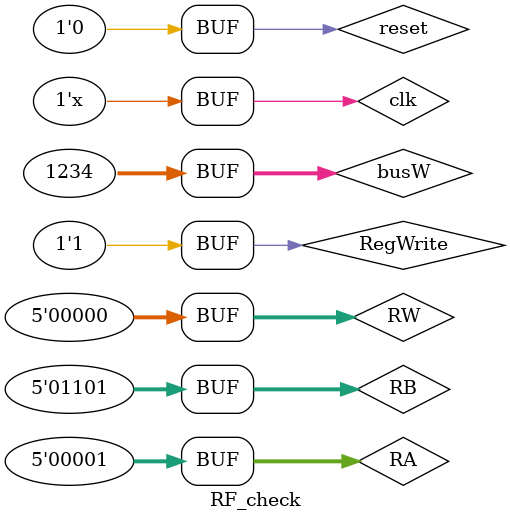
<source format=v>
`timescale 1ns / 1ps


module RF_check;

	// Inputs
	reg [4:0] RA;
	reg [4:0] RB;
	reg [4:0] RW;
	reg [31:0] busW;
	reg RegWrite;
	reg reset;
	reg clk;
	// Outputs
	reg [31:0] busA;
	reg [31:0] busB;

	// Instantiate the Unit Under Test (UUT)
	GRF uut (
		.clk(clk),
		.RA(RA), 
		.RB(RB), 
		.RW(RW), 
		.busW(busW), 
		.RegWrite(RegWrite), 
		.reset(reset), 
		.busA(busA), 
		.busB(busB)
	);

	initial begin
		// Initialize Inputs
		RA = 0;
		RB = 0;
		RW = 0;
		busW = 0;
		RegWrite = 0;
		reset = 0;
		#1
		RA=0;
		RB=12;
		RW=0;
		busW=1234;
		RegWrite=1;
		#2;
      RA=1;
		RB=13;
		RW=0;
		busW=1234;
		RegWrite=1;
		// Add stimulus here

	end
   always #1 clk=~clk;
endmodule


</source>
